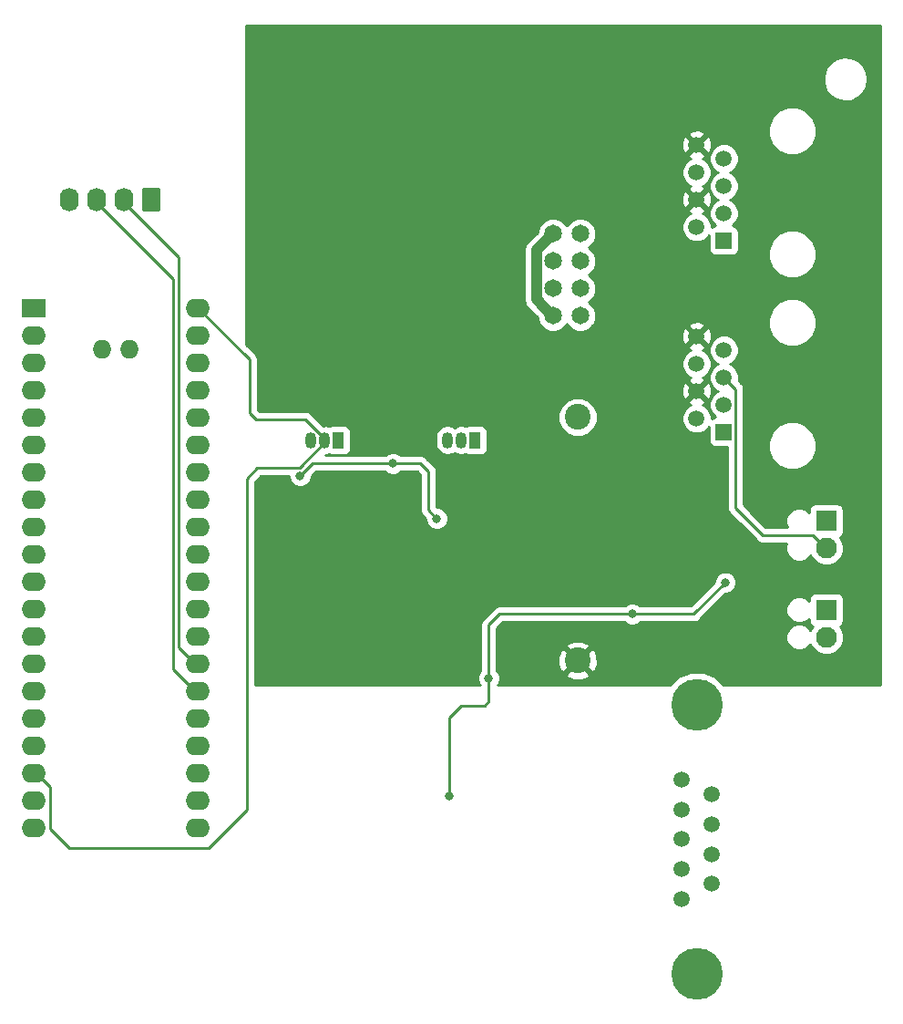
<source format=gbr>
G04 #@! TF.GenerationSoftware,KiCad,Pcbnew,5.0.2-bee76a0~70~ubuntu18.04.1*
G04 #@! TF.CreationDate,2019-11-25T15:04:39+01:00*
G04 #@! TF.ProjectId,RS232CInterface.kicad_pcb,52533233-3243-4496-9e74-657266616365,rev?*
G04 #@! TF.SameCoordinates,Original*
G04 #@! TF.FileFunction,Copper,L2,Bot*
G04 #@! TF.FilePolarity,Positive*
%FSLAX46Y46*%
G04 Gerber Fmt 4.6, Leading zero omitted, Abs format (unit mm)*
G04 Created by KiCad (PCBNEW 5.0.2-bee76a0~70~ubuntu18.04.1) date Mon 25 Nov 2019 03:04:39 PM CET*
%MOMM*%
%LPD*%
G01*
G04 APERTURE LIST*
G04 #@! TA.AperFunction,ComponentPad*
%ADD10C,1.650000*%
G04 #@! TD*
G04 #@! TA.AperFunction,ComponentPad*
%ADD11R,2.250000X1.727200*%
G04 #@! TD*
G04 #@! TA.AperFunction,ComponentPad*
%ADD12O,2.250000X1.727200*%
G04 #@! TD*
G04 #@! TA.AperFunction,ComponentPad*
%ADD13O,1.727200X1.727200*%
G04 #@! TD*
G04 #@! TA.AperFunction,ComponentPad*
%ADD14R,1.500000X1.500000*%
G04 #@! TD*
G04 #@! TA.AperFunction,ComponentPad*
%ADD15C,1.500000*%
G04 #@! TD*
G04 #@! TA.AperFunction,ComponentPad*
%ADD16C,1.950000*%
G04 #@! TD*
G04 #@! TA.AperFunction,ComponentPad*
%ADD17R,1.950000X1.950000*%
G04 #@! TD*
G04 #@! TA.AperFunction,ComponentPad*
%ADD18C,4.800000*%
G04 #@! TD*
G04 #@! TA.AperFunction,Conductor*
%ADD19C,0.100000*%
G04 #@! TD*
G04 #@! TA.AperFunction,ComponentPad*
%ADD20C,1.740000*%
G04 #@! TD*
G04 #@! TA.AperFunction,ComponentPad*
%ADD21O,1.740000X2.200000*%
G04 #@! TD*
G04 #@! TA.AperFunction,ComponentPad*
%ADD22C,2.400000*%
G04 #@! TD*
G04 #@! TA.AperFunction,ComponentPad*
%ADD23R,1.050000X1.500000*%
G04 #@! TD*
G04 #@! TA.AperFunction,ComponentPad*
%ADD24O,1.050000X1.500000*%
G04 #@! TD*
G04 #@! TA.AperFunction,ViaPad*
%ADD25C,0.800000*%
G04 #@! TD*
G04 #@! TA.AperFunction,Conductor*
%ADD26C,1.000000*%
G04 #@! TD*
G04 #@! TA.AperFunction,Conductor*
%ADD27C,0.250000*%
G04 #@! TD*
G04 #@! TA.AperFunction,Conductor*
%ADD28C,0.254000*%
G04 #@! TD*
G04 APERTURE END LIST*
D10*
G04 #@! TO.P,.1,1*
G04 #@! TO.N,/PDM/CANL*
X158750000Y-44831000D03*
G04 #@! TO.P,.1,2*
G04 #@! TO.N,Net-(.1-Pad2)*
X161290000Y-44831000D03*
G04 #@! TO.P,.1,3*
G04 #@! TO.N,/PDM/CANH*
X158750000Y-47371000D03*
G04 #@! TO.P,.1,4*
G04 #@! TO.N,Net-(.1-Pad2)*
X161290000Y-47371000D03*
G04 #@! TO.P,.1,5*
G04 #@! TO.N,/PDM/CANH*
X158750000Y-49911000D03*
G04 #@! TO.P,.1,6*
G04 #@! TO.N,Net-(.1-Pad6)*
X161290000Y-49911000D03*
G04 #@! TO.P,.1,7*
G04 #@! TO.N,/PDM/CANL*
X158750000Y-52451000D03*
G04 #@! TO.P,.1,8*
G04 #@! TO.N,Net-(.1-Pad6)*
X161290000Y-52451000D03*
G04 #@! TD*
D11*
G04 #@! TO.P,U3,1*
G04 #@! TO.N,Net-(U3-Pad1)*
X110490000Y-51765200D03*
D12*
G04 #@! TO.P,U3,2*
G04 #@! TO.N,Net-(U3-Pad2)*
X110490000Y-54305200D03*
G04 #@! TO.P,U3,3*
G04 #@! TO.N,Net-(U3-Pad3)*
X110490000Y-56845200D03*
G04 #@! TO.P,U3,4*
G04 #@! TO.N,Net-(U3-Pad4)*
X110490000Y-59385200D03*
G04 #@! TO.P,U3,5*
G04 #@! TO.N,Net-(U3-Pad5)*
X110490000Y-61925200D03*
G04 #@! TO.P,U3,6*
G04 #@! TO.N,Net-(U3-Pad6)*
X110490000Y-64465200D03*
G04 #@! TO.P,U3,7*
G04 #@! TO.N,Net-(U3-Pad7)*
X110490000Y-67005200D03*
G04 #@! TO.P,U3,8*
G04 #@! TO.N,Net-(U3-Pad8)*
X110490000Y-69545200D03*
G04 #@! TO.P,U3,9*
G04 #@! TO.N,Net-(U3-Pad9)*
X110490000Y-72085200D03*
G04 #@! TO.P,U3,10*
G04 #@! TO.N,Net-(U3-Pad10)*
X110490000Y-74625200D03*
G04 #@! TO.P,U3,11*
G04 #@! TO.N,Net-(U3-Pad11)*
X110490000Y-77165200D03*
G04 #@! TO.P,U3,12*
G04 #@! TO.N,Net-(U3-Pad12)*
X110490000Y-79705200D03*
G04 #@! TO.P,U3,13*
G04 #@! TO.N,Net-(U3-Pad13)*
X110490000Y-82245200D03*
G04 #@! TO.P,U3,14*
G04 #@! TO.N,Net-(U3-Pad14)*
X110490000Y-84785200D03*
G04 #@! TO.P,U3,15*
G04 #@! TO.N,Net-(U3-Pad15)*
X110490000Y-87325200D03*
G04 #@! TO.P,U3,16*
G04 #@! TO.N,Net-(U3-Pad16)*
X110490000Y-89865200D03*
G04 #@! TO.P,U3,17*
G04 #@! TO.N,Net-(U3-Pad17)*
X110490000Y-92405200D03*
G04 #@! TO.P,U3,18*
G04 #@! TO.N,+3V3*
X110490000Y-94945200D03*
G04 #@! TO.P,U3,19*
G04 #@! TO.N,GND*
X110490000Y-97485200D03*
G04 #@! TO.P,U3,20*
X110490000Y-100025200D03*
G04 #@! TO.P,U3,21*
G04 #@! TO.N,Net-(U3-Pad21)*
X125730000Y-100025200D03*
G04 #@! TO.P,U3,22*
G04 #@! TO.N,Net-(U3-Pad22)*
X125730000Y-97485200D03*
G04 #@! TO.P,U3,23*
G04 #@! TO.N,Net-(U3-Pad23)*
X125730000Y-94945200D03*
G04 #@! TO.P,U3,24*
G04 #@! TO.N,Net-(U3-Pad24)*
X125730000Y-92405200D03*
G04 #@! TO.P,U3,25*
G04 #@! TO.N,Net-(U3-Pad25)*
X125730000Y-89865200D03*
G04 #@! TO.P,U3,26*
G04 #@! TO.N,Net-(J4-Pad3)*
X125730000Y-87325200D03*
G04 #@! TO.P,U3,27*
G04 #@! TO.N,Net-(J4-Pad2)*
X125730000Y-84785200D03*
G04 #@! TO.P,U3,28*
G04 #@! TO.N,Net-(U3-Pad28)*
X125730000Y-82245200D03*
G04 #@! TO.P,U3,29*
G04 #@! TO.N,Net-(U3-Pad29)*
X125730000Y-79705200D03*
G04 #@! TO.P,U3,30*
G04 #@! TO.N,Net-(U3-Pad30)*
X125730000Y-77165200D03*
G04 #@! TO.P,U3,31*
G04 #@! TO.N,Net-(U3-Pad31)*
X125730000Y-74625200D03*
G04 #@! TO.P,U3,32*
G04 #@! TO.N,Net-(U3-Pad32)*
X125730000Y-72085200D03*
G04 #@! TO.P,U3,33*
G04 #@! TO.N,Net-(U3-Pad33)*
X125730000Y-69545200D03*
G04 #@! TO.P,U3,34*
G04 #@! TO.N,Net-(Q2-Pad1)*
X125730000Y-67005200D03*
G04 #@! TO.P,U3,35*
G04 #@! TO.N,Net-(Q1-Pad1)*
X125730000Y-64465200D03*
G04 #@! TO.P,U3,36*
G04 #@! TO.N,/CANRX_BP*
X125730000Y-61925200D03*
G04 #@! TO.P,U3,37*
G04 #@! TO.N,/CANTX_BP*
X125730000Y-59385200D03*
G04 #@! TO.P,U3,38*
G04 #@! TO.N,+5V*
X125730000Y-56845200D03*
G04 #@! TO.P,U3,39*
G04 #@! TO.N,GND*
X125730000Y-54305200D03*
G04 #@! TO.P,U3,40*
G04 #@! TO.N,+3V3*
X125730000Y-51714400D03*
D13*
G04 #@! TO.P,U3,41*
G04 #@! TO.N,Net-(U3-Pad41)*
X119390000Y-55575200D03*
G04 #@! TO.P,U3,42*
G04 #@! TO.N,Net-(U3-Pad42)*
X116850000Y-55575200D03*
G04 #@! TD*
D14*
G04 #@! TO.P,CAN OUT,1*
G04 #@! TO.N,/PDM/CANH*
X174625000Y-63246000D03*
D15*
G04 #@! TO.P,CAN OUT,2*
G04 #@! TO.N,Net-(.1-Pad6)*
X172085000Y-61976000D03*
G04 #@! TO.P,CAN OUT,3*
G04 #@! TO.N,Net-(BP_CAN_OUT1-Pad3)*
X174625000Y-60706000D03*
G04 #@! TO.P,CAN OUT,4*
G04 #@! TO.N,+24V*
X172085000Y-59436000D03*
G04 #@! TO.P,CAN OUT,5*
G04 #@! TO.N,GND*
X174625000Y-58166000D03*
G04 #@! TO.P,CAN OUT,6*
G04 #@! TO.N,Net-(BP_CAN_OUT1-Pad6)*
X172085000Y-56896000D03*
G04 #@! TO.P,CAN OUT,7*
G04 #@! TO.N,GND*
X174625000Y-55626000D03*
G04 #@! TO.P,CAN OUT,8*
G04 #@! TO.N,+24V*
X172085000Y-54356000D03*
G04 #@! TD*
D16*
G04 #@! TO.P,Power,2*
G04 #@! TO.N,GND*
X184150000Y-74041000D03*
D17*
G04 #@! TO.P,Power,1*
G04 #@! TO.N,Net-(BP_Power1-Pad1)*
X184150000Y-71501000D03*
G04 #@! TD*
D16*
G04 #@! TO.P,J1,2*
G04 #@! TO.N,/PDM/CANH*
X184150000Y-82296000D03*
D17*
G04 #@! TO.P,J1,1*
G04 #@! TO.N,/PDM/CANL*
X184150000Y-79756000D03*
G04 #@! TD*
D15*
G04 #@! TO.P,J2,1*
G04 #@! TO.N,Net-(J2-Pad1)*
X170688000Y-95504000D03*
G04 #@! TO.P,J2,2*
G04 #@! TO.N,Net-(D1-Pad2)*
X170688000Y-98274000D03*
G04 #@! TO.P,J2,3*
G04 #@! TO.N,Net-(D2-Pad1)*
X170688000Y-101044000D03*
G04 #@! TO.P,J2,4*
G04 #@! TO.N,Net-(J2-Pad1)*
X170688000Y-103814000D03*
G04 #@! TO.P,J2,5*
G04 #@! TO.N,GNDS*
X170688000Y-106584000D03*
G04 #@! TO.P,J2,6*
G04 #@! TO.N,Net-(J2-Pad1)*
X173528000Y-96889000D03*
G04 #@! TO.P,J2,7*
G04 #@! TO.N,Net-(J2-Pad7)*
X173528000Y-99659000D03*
G04 #@! TO.P,J2,8*
X173528000Y-102429000D03*
G04 #@! TO.P,J2,9*
G04 #@! TO.N,Net-(J2-Pad9)*
X173528000Y-105199000D03*
D18*
G04 #@! TO.P,J2,MH1*
G04 #@! TO.N,N/C*
X172108000Y-113544000D03*
G04 #@! TO.P,J2,MH2*
X172108000Y-88544000D03*
G04 #@! TD*
D19*
G04 #@! TO.N,GND*
G04 #@! TO.C,J4*
G36*
X122056505Y-40557204D02*
X122080773Y-40560804D01*
X122104572Y-40566765D01*
X122127671Y-40575030D01*
X122149850Y-40585520D01*
X122170893Y-40598132D01*
X122190599Y-40612747D01*
X122208777Y-40629223D01*
X122225253Y-40647401D01*
X122239868Y-40667107D01*
X122252480Y-40688150D01*
X122262970Y-40710329D01*
X122271235Y-40733428D01*
X122277196Y-40757227D01*
X122280796Y-40781495D01*
X122282000Y-40805999D01*
X122282000Y-42506001D01*
X122280796Y-42530505D01*
X122277196Y-42554773D01*
X122271235Y-42578572D01*
X122262970Y-42601671D01*
X122252480Y-42623850D01*
X122239868Y-42644893D01*
X122225253Y-42664599D01*
X122208777Y-42682777D01*
X122190599Y-42699253D01*
X122170893Y-42713868D01*
X122149850Y-42726480D01*
X122127671Y-42736970D01*
X122104572Y-42745235D01*
X122080773Y-42751196D01*
X122056505Y-42754796D01*
X122032001Y-42756000D01*
X120791999Y-42756000D01*
X120767495Y-42754796D01*
X120743227Y-42751196D01*
X120719428Y-42745235D01*
X120696329Y-42736970D01*
X120674150Y-42726480D01*
X120653107Y-42713868D01*
X120633401Y-42699253D01*
X120615223Y-42682777D01*
X120598747Y-42664599D01*
X120584132Y-42644893D01*
X120571520Y-42623850D01*
X120561030Y-42601671D01*
X120552765Y-42578572D01*
X120546804Y-42554773D01*
X120543204Y-42530505D01*
X120542000Y-42506001D01*
X120542000Y-40805999D01*
X120543204Y-40781495D01*
X120546804Y-40757227D01*
X120552765Y-40733428D01*
X120561030Y-40710329D01*
X120571520Y-40688150D01*
X120584132Y-40667107D01*
X120598747Y-40647401D01*
X120615223Y-40629223D01*
X120633401Y-40612747D01*
X120653107Y-40598132D01*
X120674150Y-40585520D01*
X120696329Y-40575030D01*
X120719428Y-40566765D01*
X120743227Y-40560804D01*
X120767495Y-40557204D01*
X120791999Y-40556000D01*
X122032001Y-40556000D01*
X122056505Y-40557204D01*
X122056505Y-40557204D01*
G37*
D20*
G04 #@! TD*
G04 #@! TO.P,J4,1*
G04 #@! TO.N,GND*
X121412000Y-41656000D03*
D21*
G04 #@! TO.P,J4,2*
G04 #@! TO.N,Net-(J4-Pad2)*
X118872000Y-41656000D03*
G04 #@! TO.P,J4,3*
G04 #@! TO.N,Net-(J4-Pad3)*
X116332000Y-41656000D03*
G04 #@! TO.P,J4,4*
G04 #@! TO.N,+5V*
X113792000Y-41656000D03*
G04 #@! TD*
D22*
G04 #@! TO.P,F1,1*
G04 #@! TO.N,+24V*
X161036000Y-84452000D03*
G04 #@! TO.P,F1,2*
G04 #@! TO.N,Net-(BP_Power1-Pad1)*
X161036000Y-61852000D03*
G04 #@! TD*
D15*
G04 #@! TO.P,CAN IN,8*
G04 #@! TO.N,+24V*
X172085000Y-36576000D03*
G04 #@! TO.P,CAN IN,7*
G04 #@! TO.N,GND*
X174625000Y-37846000D03*
G04 #@! TO.P,CAN IN,6*
G04 #@! TO.N,Net-(BP_CAN_IN1-Pad6)*
X172085000Y-39116000D03*
G04 #@! TO.P,CAN IN,5*
G04 #@! TO.N,GND*
X174625000Y-40386000D03*
G04 #@! TO.P,CAN IN,4*
G04 #@! TO.N,+24V*
X172085000Y-41656000D03*
G04 #@! TO.P,CAN IN,3*
G04 #@! TO.N,Net-(BP_CAN_IN1-Pad3)*
X174625000Y-42926000D03*
G04 #@! TO.P,CAN IN,2*
G04 #@! TO.N,Net-(.1-Pad2)*
X172085000Y-44196000D03*
D14*
G04 #@! TO.P,CAN IN,1*
G04 #@! TO.N,/PDM/CANH*
X174625000Y-45466000D03*
G04 #@! TD*
D23*
G04 #@! TO.P,Q1,1*
G04 #@! TO.N,Net-(Q1-Pad1)*
X151511000Y-64008000D03*
D24*
G04 #@! TO.P,Q1,3*
G04 #@! TO.N,Net-(IC1-Pad8)*
X148971000Y-64008000D03*
G04 #@! TO.P,Q1,2*
G04 #@! TO.N,+3V3*
X150241000Y-64008000D03*
G04 #@! TD*
G04 #@! TO.P,Q2,2*
G04 #@! TO.N,+3V3*
X137541000Y-64008000D03*
G04 #@! TO.P,Q2,3*
G04 #@! TO.N,Net-(IC1-Pad9)*
X136271000Y-64008000D03*
D23*
G04 #@! TO.P,Q2,1*
G04 #@! TO.N,Net-(Q2-Pad1)*
X138811000Y-64008000D03*
G04 #@! TD*
D25*
G04 #@! TO.N,+24V*
X172593000Y-70993000D03*
X152781000Y-69864177D03*
G04 #@! TO.N,GND*
X152781000Y-86106000D03*
X149098000Y-97028000D03*
X174752000Y-77216000D03*
X166116000Y-80137000D03*
G04 #@! TO.N,+5V*
X147955000Y-71270177D03*
X143891000Y-66167000D03*
X135255000Y-67310000D03*
G04 #@! TD*
D26*
G04 #@! TO.N,/PDM/CANL*
X157224999Y-50925999D02*
X157925001Y-51626001D01*
X158750000Y-44831000D02*
X157224999Y-46356001D01*
X157224999Y-46356001D02*
X157224999Y-50925999D01*
X157925001Y-51626001D02*
X158750000Y-52451000D01*
D27*
G04 #@! TO.N,GND*
X175700001Y-59241001D02*
X175700001Y-70290001D01*
X174625000Y-58166000D02*
X175700001Y-59241001D01*
X175700001Y-70290001D02*
X176657000Y-71247000D01*
X178211001Y-72801001D02*
X182910001Y-72801001D01*
X176657000Y-71247000D02*
X178211001Y-72801001D01*
X182910001Y-72801001D02*
X184340500Y-74231500D01*
X149098000Y-97028000D02*
X149098000Y-96462315D01*
X149098000Y-90043000D02*
X149098000Y-89916000D01*
X149098000Y-96462315D02*
X149098000Y-90043000D01*
X149098000Y-89789000D02*
X149098000Y-90043000D01*
X150241000Y-88646000D02*
X149098000Y-89789000D01*
X152400000Y-88646000D02*
X150241000Y-88646000D01*
X152781000Y-86106000D02*
X152781000Y-88265000D01*
X152781000Y-88265000D02*
X152400000Y-88646000D01*
X152781000Y-86106000D02*
X152781000Y-81915000D01*
X152781000Y-81915000D02*
X152781000Y-81153000D01*
X152781000Y-81153000D02*
X153289000Y-80645000D01*
X153289000Y-80645000D02*
X153797000Y-80137000D01*
X153797000Y-80137000D02*
X166116000Y-80137000D01*
X171831000Y-80137000D02*
X174752000Y-77216000D01*
X174752000Y-77216000D02*
X174752000Y-77216000D01*
X166116000Y-80137000D02*
X171831000Y-80137000D01*
G04 #@! TO.N,+5V*
X135255000Y-67310000D02*
X135255000Y-67310000D01*
X136398000Y-66167000D02*
X135255000Y-67310000D01*
X143891000Y-66167000D02*
X136398000Y-66167000D01*
X146431000Y-66167000D02*
X143891000Y-66167000D01*
X147169823Y-66905823D02*
X146431000Y-66167000D01*
X147955000Y-71270177D02*
X147169823Y-70485000D01*
X147169823Y-70485000D02*
X147169823Y-66905823D01*
G04 #@! TO.N,Net-(J4-Pad2)*
X125468600Y-84785200D02*
X123952000Y-83268600D01*
X125730000Y-84785200D02*
X125468600Y-84785200D01*
X123952000Y-83058000D02*
X123952000Y-82804000D01*
X123952000Y-83268600D02*
X123952000Y-83058000D01*
X123952000Y-46966000D02*
X118896000Y-41910000D01*
X123952000Y-54610000D02*
X123952000Y-54356000D01*
X123952000Y-54610000D02*
X123952000Y-46966000D01*
X123952000Y-83058000D02*
X123952000Y-54610000D01*
X118896000Y-41910000D02*
X118872000Y-41910000D01*
G04 #@! TO.N,+3V3*
X150241000Y-64008000D02*
X150241000Y-64165095D01*
X137541000Y-64008000D02*
X137541000Y-63850905D01*
X130556000Y-61468000D02*
X130556000Y-56515000D01*
X130556000Y-56515000D02*
X125412500Y-51371500D01*
X137541000Y-63850905D02*
X135729595Y-62039500D01*
X131127500Y-62039500D02*
X130556000Y-61468000D01*
X135729595Y-62039500D02*
X131127500Y-62039500D01*
X110490000Y-94945200D02*
X110693200Y-94945200D01*
X110693200Y-94945200D02*
X110744000Y-94996000D01*
X137541000Y-64233000D02*
X137541000Y-64008000D01*
X131281001Y-66584999D02*
X135189001Y-66584999D01*
X130302000Y-67564000D02*
X131281001Y-66584999D01*
X130302000Y-98298000D02*
X130302000Y-67564000D01*
X135189001Y-66584999D02*
X137541000Y-64233000D01*
X110751400Y-94945200D02*
X112014000Y-96207800D01*
X110490000Y-94945200D02*
X110751400Y-94945200D01*
X113792000Y-101854000D02*
X126746000Y-101854000D01*
X126746000Y-101854000D02*
X130302000Y-98298000D01*
X112014000Y-96207800D02*
X112014000Y-100076000D01*
X112014000Y-100076000D02*
X113792000Y-101854000D01*
G04 #@! TO.N,Net-(J4-Pad3)*
X125468600Y-87325200D02*
X123444000Y-85300600D01*
X125730000Y-87325200D02*
X125468600Y-87325200D01*
X123444000Y-85300600D02*
X123444000Y-83566000D01*
X123444000Y-53848000D02*
X123444000Y-49022000D01*
X123444000Y-53848000D02*
X123444000Y-53594000D01*
X123444000Y-83566000D02*
X123444000Y-53848000D01*
X123444000Y-49022000D02*
X116078000Y-41656000D01*
G04 #@! TD*
D28*
G04 #@! TO.N,+24V*
G36*
X189155001Y-86741000D02*
X174597138Y-86741000D01*
X173827189Y-85971051D01*
X172711699Y-85509000D01*
X171504301Y-85509000D01*
X170388811Y-85971051D01*
X169618862Y-86741000D01*
X153609711Y-86741000D01*
X153658431Y-86692280D01*
X153816000Y-86311874D01*
X153816000Y-85900126D01*
X153753475Y-85749175D01*
X159918430Y-85749175D01*
X160041565Y-86036788D01*
X160723734Y-86296707D01*
X161453443Y-86275786D01*
X162030435Y-86036788D01*
X162153570Y-85749175D01*
X161036000Y-84631605D01*
X159918430Y-85749175D01*
X153753475Y-85749175D01*
X153658431Y-85519720D01*
X153541000Y-85402289D01*
X153541000Y-84139734D01*
X159191293Y-84139734D01*
X159212214Y-84869443D01*
X159451212Y-85446435D01*
X159738825Y-85569570D01*
X160856395Y-84452000D01*
X161215605Y-84452000D01*
X162333175Y-85569570D01*
X162620788Y-85446435D01*
X162880707Y-84764266D01*
X162859786Y-84034557D01*
X162620788Y-83457565D01*
X162333175Y-83334430D01*
X161215605Y-84452000D01*
X160856395Y-84452000D01*
X159738825Y-83334430D01*
X159451212Y-83457565D01*
X159191293Y-84139734D01*
X153541000Y-84139734D01*
X153541000Y-83154825D01*
X159918430Y-83154825D01*
X161036000Y-84272395D01*
X162153570Y-83154825D01*
X162030435Y-82867212D01*
X161348266Y-82607293D01*
X160618557Y-82628214D01*
X160041565Y-82867212D01*
X159918430Y-83154825D01*
X153541000Y-83154825D01*
X153541000Y-81467802D01*
X153879329Y-81129474D01*
X153879332Y-81129469D01*
X154111802Y-80897000D01*
X165412289Y-80897000D01*
X165529720Y-81014431D01*
X165910126Y-81172000D01*
X166321874Y-81172000D01*
X166702280Y-81014431D01*
X166819711Y-80897000D01*
X171756153Y-80897000D01*
X171831000Y-80911888D01*
X171905847Y-80897000D01*
X171905852Y-80897000D01*
X172127537Y-80852904D01*
X172378929Y-80684929D01*
X172421331Y-80621470D01*
X173532458Y-79510343D01*
X180375000Y-79510343D01*
X180375000Y-80001657D01*
X180563018Y-80455571D01*
X180910429Y-80802982D01*
X181364343Y-80991000D01*
X181855657Y-80991000D01*
X182309571Y-80802982D01*
X182527560Y-80584993D01*
X182527560Y-80731000D01*
X182576843Y-80978765D01*
X182717191Y-81188809D01*
X182874917Y-81294199D01*
X182785108Y-81384008D01*
X182677051Y-81644880D01*
X182656982Y-81596429D01*
X182309571Y-81249018D01*
X181855657Y-81061000D01*
X181364343Y-81061000D01*
X180910429Y-81249018D01*
X180563018Y-81596429D01*
X180375000Y-82050343D01*
X180375000Y-82541657D01*
X180563018Y-82995571D01*
X180910429Y-83342982D01*
X181364343Y-83531000D01*
X181855657Y-83531000D01*
X182309571Y-83342982D01*
X182656982Y-82995571D01*
X182677051Y-82947120D01*
X182785108Y-83207992D01*
X183238008Y-83660892D01*
X183829751Y-83906000D01*
X184470249Y-83906000D01*
X185061992Y-83660892D01*
X185514892Y-83207992D01*
X185760000Y-82616249D01*
X185760000Y-81975751D01*
X185514892Y-81384008D01*
X185425083Y-81294199D01*
X185582809Y-81188809D01*
X185723157Y-80978765D01*
X185772440Y-80731000D01*
X185772440Y-78781000D01*
X185723157Y-78533235D01*
X185582809Y-78323191D01*
X185372765Y-78182843D01*
X185125000Y-78133560D01*
X183175000Y-78133560D01*
X182927235Y-78182843D01*
X182717191Y-78323191D01*
X182576843Y-78533235D01*
X182527560Y-78781000D01*
X182527560Y-78927007D01*
X182309571Y-78709018D01*
X181855657Y-78521000D01*
X181364343Y-78521000D01*
X180910429Y-78709018D01*
X180563018Y-79056429D01*
X180375000Y-79510343D01*
X173532458Y-79510343D01*
X174791802Y-78251000D01*
X174957874Y-78251000D01*
X175338280Y-78093431D01*
X175629431Y-77802280D01*
X175787000Y-77421874D01*
X175787000Y-77010126D01*
X175629431Y-76629720D01*
X175338280Y-76338569D01*
X174957874Y-76181000D01*
X174546126Y-76181000D01*
X174165720Y-76338569D01*
X173874569Y-76629720D01*
X173717000Y-77010126D01*
X173717000Y-77176198D01*
X171516199Y-79377000D01*
X166819711Y-79377000D01*
X166702280Y-79259569D01*
X166321874Y-79102000D01*
X165910126Y-79102000D01*
X165529720Y-79259569D01*
X165412289Y-79377000D01*
X153871846Y-79377000D01*
X153796999Y-79362112D01*
X153722152Y-79377000D01*
X153722148Y-79377000D01*
X153500463Y-79421096D01*
X153500461Y-79421097D01*
X153500462Y-79421097D01*
X153312526Y-79546671D01*
X153312524Y-79546673D01*
X153249071Y-79589071D01*
X153206672Y-79652525D01*
X152804531Y-80054668D01*
X152804526Y-80054671D01*
X152296527Y-80562672D01*
X152233072Y-80605071D01*
X152190672Y-80668527D01*
X152190671Y-80668528D01*
X152148929Y-80731000D01*
X152065097Y-80856463D01*
X152021000Y-81078148D01*
X152021000Y-81078153D01*
X152006112Y-81153000D01*
X152021000Y-81227847D01*
X152021000Y-81989851D01*
X152021001Y-81989856D01*
X152021000Y-85402289D01*
X151903569Y-85519720D01*
X151746000Y-85900126D01*
X151746000Y-86311874D01*
X151903569Y-86692280D01*
X151952289Y-86741000D01*
X131062000Y-86741000D01*
X131062000Y-67878802D01*
X131595803Y-67344999D01*
X134220000Y-67344999D01*
X134220000Y-67515874D01*
X134377569Y-67896280D01*
X134668720Y-68187431D01*
X135049126Y-68345000D01*
X135460874Y-68345000D01*
X135841280Y-68187431D01*
X136132431Y-67896280D01*
X136290000Y-67515874D01*
X136290000Y-67349801D01*
X136712802Y-66927000D01*
X143187289Y-66927000D01*
X143304720Y-67044431D01*
X143685126Y-67202000D01*
X144096874Y-67202000D01*
X144477280Y-67044431D01*
X144594711Y-66927000D01*
X146116199Y-66927000D01*
X146409824Y-67220626D01*
X146409823Y-70410153D01*
X146394935Y-70485000D01*
X146409823Y-70559847D01*
X146409823Y-70559851D01*
X146453919Y-70781536D01*
X146621894Y-71032929D01*
X146685353Y-71075331D01*
X146920000Y-71309978D01*
X146920000Y-71476051D01*
X147077569Y-71856457D01*
X147368720Y-72147608D01*
X147749126Y-72305177D01*
X148160874Y-72305177D01*
X148541280Y-72147608D01*
X148832431Y-71856457D01*
X148990000Y-71476051D01*
X148990000Y-71064303D01*
X148832431Y-70683897D01*
X148541280Y-70392746D01*
X148160874Y-70235177D01*
X147994801Y-70235177D01*
X147929823Y-70170199D01*
X147929823Y-66980671D01*
X147944711Y-66905823D01*
X147929823Y-66830975D01*
X147929823Y-66830971D01*
X147885727Y-66609286D01*
X147717752Y-66357894D01*
X147654296Y-66315494D01*
X147021331Y-65682530D01*
X146978929Y-65619071D01*
X146727537Y-65451096D01*
X146505852Y-65407000D01*
X146505847Y-65407000D01*
X146431000Y-65392112D01*
X146356153Y-65407000D01*
X144594711Y-65407000D01*
X144477280Y-65289569D01*
X144096874Y-65132000D01*
X143685126Y-65132000D01*
X143304720Y-65289569D01*
X143187289Y-65407000D01*
X137584863Y-65407000D01*
X137992866Y-65325842D01*
X138038235Y-65356157D01*
X138286000Y-65405440D01*
X139336000Y-65405440D01*
X139583765Y-65356157D01*
X139793809Y-65215809D01*
X139934157Y-65005765D01*
X139983440Y-64758000D01*
X139983440Y-63668754D01*
X147811000Y-63668754D01*
X147811000Y-64347245D01*
X147878305Y-64685608D01*
X148134687Y-65069313D01*
X148518391Y-65325695D01*
X148971000Y-65415725D01*
X149423608Y-65325695D01*
X149606000Y-65203825D01*
X149788391Y-65325695D01*
X150241000Y-65415725D01*
X150692866Y-65325842D01*
X150738235Y-65356157D01*
X150986000Y-65405440D01*
X152036000Y-65405440D01*
X152283765Y-65356157D01*
X152493809Y-65215809D01*
X152634157Y-65005765D01*
X152683440Y-64758000D01*
X152683440Y-63258000D01*
X152634157Y-63010235D01*
X152493809Y-62800191D01*
X152283765Y-62659843D01*
X152036000Y-62610560D01*
X150986000Y-62610560D01*
X150738235Y-62659843D01*
X150692867Y-62690157D01*
X150241000Y-62600275D01*
X149788392Y-62690305D01*
X149606001Y-62812175D01*
X149423609Y-62690305D01*
X148971000Y-62600275D01*
X148518392Y-62690305D01*
X148134688Y-62946687D01*
X147878305Y-63330391D01*
X147811000Y-63668754D01*
X139983440Y-63668754D01*
X139983440Y-63258000D01*
X139934157Y-63010235D01*
X139793809Y-62800191D01*
X139583765Y-62659843D01*
X139336000Y-62610560D01*
X138286000Y-62610560D01*
X138038235Y-62659843D01*
X137992867Y-62690157D01*
X137541000Y-62600275D01*
X137394344Y-62629447D01*
X136319926Y-61555030D01*
X136277524Y-61491571D01*
X136270678Y-61486996D01*
X159201000Y-61486996D01*
X159201000Y-62217004D01*
X159480362Y-62891444D01*
X159996556Y-63407638D01*
X160670996Y-63687000D01*
X161401004Y-63687000D01*
X162075444Y-63407638D01*
X162591638Y-62891444D01*
X162871000Y-62217004D01*
X162871000Y-61700506D01*
X170700000Y-61700506D01*
X170700000Y-62251494D01*
X170910853Y-62760540D01*
X171300460Y-63150147D01*
X171809506Y-63361000D01*
X172360494Y-63361000D01*
X172869540Y-63150147D01*
X173227560Y-62792127D01*
X173227560Y-63996000D01*
X173276843Y-64243765D01*
X173417191Y-64453809D01*
X173627235Y-64594157D01*
X173875000Y-64643440D01*
X174940001Y-64643440D01*
X174940002Y-70215149D01*
X174925113Y-70290001D01*
X174940002Y-70364853D01*
X174984098Y-70586538D01*
X175152073Y-70837930D01*
X175215529Y-70880330D01*
X176172527Y-71837329D01*
X176172530Y-71837331D01*
X177620674Y-73285477D01*
X177663072Y-73348930D01*
X177726525Y-73391328D01*
X177726527Y-73391330D01*
X177851903Y-73475103D01*
X177914464Y-73516905D01*
X178136149Y-73561001D01*
X178136153Y-73561001D01*
X178211000Y-73575889D01*
X178285847Y-73561001D01*
X180472068Y-73561001D01*
X180375000Y-73795343D01*
X180375000Y-74286657D01*
X180563018Y-74740571D01*
X180910429Y-75087982D01*
X181364343Y-75276000D01*
X181855657Y-75276000D01*
X182309571Y-75087982D01*
X182656982Y-74740571D01*
X182677051Y-74692120D01*
X182785108Y-74952992D01*
X183238008Y-75405892D01*
X183829751Y-75651000D01*
X184470249Y-75651000D01*
X185061992Y-75405892D01*
X185514892Y-74952992D01*
X185760000Y-74361249D01*
X185760000Y-73720751D01*
X185514892Y-73129008D01*
X185425083Y-73039199D01*
X185582809Y-72933809D01*
X185723157Y-72723765D01*
X185772440Y-72476000D01*
X185772440Y-70526000D01*
X185723157Y-70278235D01*
X185582809Y-70068191D01*
X185372765Y-69927843D01*
X185125000Y-69878560D01*
X183175000Y-69878560D01*
X182927235Y-69927843D01*
X182717191Y-70068191D01*
X182576843Y-70278235D01*
X182527560Y-70526000D01*
X182527560Y-70672007D01*
X182309571Y-70454018D01*
X181855657Y-70266000D01*
X181364343Y-70266000D01*
X180910429Y-70454018D01*
X180563018Y-70801429D01*
X180375000Y-71255343D01*
X180375000Y-71746657D01*
X180496922Y-72041001D01*
X178525804Y-72041001D01*
X177247331Y-70762530D01*
X177247329Y-70762527D01*
X176460001Y-69975200D01*
X176460001Y-64071431D01*
X178740000Y-64071431D01*
X178740000Y-64960569D01*
X179080259Y-65782026D01*
X179708974Y-66410741D01*
X180530431Y-66751000D01*
X181419569Y-66751000D01*
X182241026Y-66410741D01*
X182869741Y-65782026D01*
X183210000Y-64960569D01*
X183210000Y-64071431D01*
X182869741Y-63249974D01*
X182241026Y-62621259D01*
X181419569Y-62281000D01*
X180530431Y-62281000D01*
X179708974Y-62621259D01*
X179080259Y-63249974D01*
X178740000Y-64071431D01*
X176460001Y-64071431D01*
X176460001Y-59315848D01*
X176474889Y-59241001D01*
X176460001Y-59166154D01*
X176460001Y-59166149D01*
X176415905Y-58944464D01*
X176247930Y-58693072D01*
X176184474Y-58650672D01*
X175999835Y-58466034D01*
X176010000Y-58441494D01*
X176010000Y-57890506D01*
X175799147Y-57381460D01*
X175409540Y-56991853D01*
X175178130Y-56896000D01*
X175409540Y-56800147D01*
X175799147Y-56410540D01*
X176010000Y-55901494D01*
X176010000Y-55350506D01*
X175799147Y-54841460D01*
X175409540Y-54451853D01*
X174900494Y-54241000D01*
X174349506Y-54241000D01*
X173840460Y-54451853D01*
X173450853Y-54841460D01*
X173240000Y-55350506D01*
X173240000Y-55901494D01*
X173450853Y-56410540D01*
X173840460Y-56800147D01*
X174071870Y-56896000D01*
X173840460Y-56991853D01*
X173450853Y-57381460D01*
X173240000Y-57890506D01*
X173240000Y-58441494D01*
X173450853Y-58950540D01*
X173840460Y-59340147D01*
X174071870Y-59436000D01*
X173840460Y-59531853D01*
X173450853Y-59921460D01*
X173240000Y-60430506D01*
X173240000Y-60981494D01*
X173450853Y-61490540D01*
X173819844Y-61859531D01*
X173627235Y-61897843D01*
X173470000Y-62002905D01*
X173470000Y-61700506D01*
X173259147Y-61191460D01*
X172869540Y-60801853D01*
X172654070Y-60712603D01*
X172808923Y-60648460D01*
X172876912Y-60407517D01*
X172085000Y-59615605D01*
X171293088Y-60407517D01*
X171361077Y-60648460D01*
X171527658Y-60707745D01*
X171300460Y-60801853D01*
X170910853Y-61191460D01*
X170700000Y-61700506D01*
X162871000Y-61700506D01*
X162871000Y-61486996D01*
X162591638Y-60812556D01*
X162075444Y-60296362D01*
X161401004Y-60017000D01*
X160670996Y-60017000D01*
X159996556Y-60296362D01*
X159480362Y-60812556D01*
X159201000Y-61486996D01*
X136270678Y-61486996D01*
X136026132Y-61323596D01*
X135804447Y-61279500D01*
X135804442Y-61279500D01*
X135729595Y-61264612D01*
X135654748Y-61279500D01*
X131442302Y-61279500D01*
X131316000Y-61153199D01*
X131316000Y-59231171D01*
X170687799Y-59231171D01*
X170715770Y-59781448D01*
X170872540Y-60159923D01*
X171113483Y-60227912D01*
X171905395Y-59436000D01*
X172264605Y-59436000D01*
X173056517Y-60227912D01*
X173297460Y-60159923D01*
X173482201Y-59640829D01*
X173454230Y-59090552D01*
X173297460Y-58712077D01*
X173056517Y-58644088D01*
X172264605Y-59436000D01*
X171905395Y-59436000D01*
X171113483Y-58644088D01*
X170872540Y-58712077D01*
X170687799Y-59231171D01*
X131316000Y-59231171D01*
X131316000Y-56620506D01*
X170700000Y-56620506D01*
X170700000Y-57171494D01*
X170910853Y-57680540D01*
X171300460Y-58070147D01*
X171515930Y-58159397D01*
X171361077Y-58223540D01*
X171293088Y-58464483D01*
X172085000Y-59256395D01*
X172876912Y-58464483D01*
X172808923Y-58223540D01*
X172642342Y-58164255D01*
X172869540Y-58070147D01*
X173259147Y-57680540D01*
X173470000Y-57171494D01*
X173470000Y-56620506D01*
X173259147Y-56111460D01*
X172869540Y-55721853D01*
X172654070Y-55632603D01*
X172808923Y-55568460D01*
X172876912Y-55327517D01*
X172085000Y-54535605D01*
X171293088Y-55327517D01*
X171361077Y-55568460D01*
X171527658Y-55627745D01*
X171300460Y-55721853D01*
X170910853Y-56111460D01*
X170700000Y-56620506D01*
X131316000Y-56620506D01*
X131316000Y-56589846D01*
X131330888Y-56514999D01*
X131316000Y-56440152D01*
X131316000Y-56440148D01*
X131271904Y-56218463D01*
X131200407Y-56111460D01*
X131146329Y-56030526D01*
X131146327Y-56030524D01*
X131103929Y-55967071D01*
X131040476Y-55924673D01*
X130227742Y-55111939D01*
X130227742Y-54151171D01*
X170687799Y-54151171D01*
X170715770Y-54701448D01*
X170872540Y-55079923D01*
X171113483Y-55147912D01*
X171905395Y-54356000D01*
X172264605Y-54356000D01*
X173056517Y-55147912D01*
X173297460Y-55079923D01*
X173482201Y-54560829D01*
X173454230Y-54010552D01*
X173297460Y-53632077D01*
X173056517Y-53564088D01*
X172264605Y-54356000D01*
X171905395Y-54356000D01*
X171113483Y-53564088D01*
X170872540Y-53632077D01*
X170687799Y-54151171D01*
X130227742Y-54151171D01*
X130227742Y-46356001D01*
X156067764Y-46356001D01*
X156089999Y-46467784D01*
X156090000Y-50814211D01*
X156067764Y-50925999D01*
X156155853Y-51368853D01*
X156155854Y-51368854D01*
X156406711Y-51744288D01*
X156501479Y-51807610D01*
X157290000Y-52596131D01*
X157290000Y-52741412D01*
X157512272Y-53278024D01*
X157922976Y-53688728D01*
X158459588Y-53911000D01*
X159040412Y-53911000D01*
X159577024Y-53688728D01*
X159987728Y-53278024D01*
X160020000Y-53200113D01*
X160052272Y-53278024D01*
X160462976Y-53688728D01*
X160999588Y-53911000D01*
X161580412Y-53911000D01*
X162117024Y-53688728D01*
X162421269Y-53384483D01*
X171293088Y-53384483D01*
X172085000Y-54176395D01*
X172876912Y-53384483D01*
X172808923Y-53143540D01*
X172289829Y-52958799D01*
X171739552Y-52986770D01*
X171361077Y-53143540D01*
X171293088Y-53384483D01*
X162421269Y-53384483D01*
X162527728Y-53278024D01*
X162750000Y-52741412D01*
X162750000Y-52641431D01*
X178740000Y-52641431D01*
X178740000Y-53530569D01*
X179080259Y-54352026D01*
X179708974Y-54980741D01*
X180530431Y-55321000D01*
X181419569Y-55321000D01*
X182241026Y-54980741D01*
X182869741Y-54352026D01*
X183210000Y-53530569D01*
X183210000Y-52641431D01*
X182869741Y-51819974D01*
X182241026Y-51191259D01*
X181419569Y-50851000D01*
X180530431Y-50851000D01*
X179708974Y-51191259D01*
X179080259Y-51819974D01*
X178740000Y-52641431D01*
X162750000Y-52641431D01*
X162750000Y-52160588D01*
X162527728Y-51623976D01*
X162117024Y-51213272D01*
X162039113Y-51181000D01*
X162117024Y-51148728D01*
X162527728Y-50738024D01*
X162750000Y-50201412D01*
X162750000Y-49620588D01*
X162527728Y-49083976D01*
X162117024Y-48673272D01*
X162039113Y-48641000D01*
X162117024Y-48608728D01*
X162527728Y-48198024D01*
X162750000Y-47661412D01*
X162750000Y-47080588D01*
X162527728Y-46543976D01*
X162117024Y-46133272D01*
X162039113Y-46101000D01*
X162117024Y-46068728D01*
X162527728Y-45658024D01*
X162750000Y-45121412D01*
X162750000Y-44540588D01*
X162527728Y-44003976D01*
X162444258Y-43920506D01*
X170700000Y-43920506D01*
X170700000Y-44471494D01*
X170910853Y-44980540D01*
X171300460Y-45370147D01*
X171809506Y-45581000D01*
X172360494Y-45581000D01*
X172869540Y-45370147D01*
X173227560Y-45012127D01*
X173227560Y-46216000D01*
X173276843Y-46463765D01*
X173417191Y-46673809D01*
X173627235Y-46814157D01*
X173875000Y-46863440D01*
X175375000Y-46863440D01*
X175622765Y-46814157D01*
X175832809Y-46673809D01*
X175973157Y-46463765D01*
X176007436Y-46291431D01*
X178740000Y-46291431D01*
X178740000Y-47180569D01*
X179080259Y-48002026D01*
X179708974Y-48630741D01*
X180530431Y-48971000D01*
X181419569Y-48971000D01*
X182241026Y-48630741D01*
X182869741Y-48002026D01*
X183210000Y-47180569D01*
X183210000Y-46291431D01*
X182869741Y-45469974D01*
X182241026Y-44841259D01*
X181419569Y-44501000D01*
X180530431Y-44501000D01*
X179708974Y-44841259D01*
X179080259Y-45469974D01*
X178740000Y-46291431D01*
X176007436Y-46291431D01*
X176022440Y-46216000D01*
X176022440Y-44716000D01*
X175973157Y-44468235D01*
X175832809Y-44258191D01*
X175622765Y-44117843D01*
X175430156Y-44079531D01*
X175799147Y-43710540D01*
X176010000Y-43201494D01*
X176010000Y-42650506D01*
X175799147Y-42141460D01*
X175409540Y-41751853D01*
X175178130Y-41656000D01*
X175409540Y-41560147D01*
X175799147Y-41170540D01*
X176010000Y-40661494D01*
X176010000Y-40110506D01*
X175799147Y-39601460D01*
X175409540Y-39211853D01*
X175178130Y-39116000D01*
X175409540Y-39020147D01*
X175799147Y-38630540D01*
X176010000Y-38121494D01*
X176010000Y-37570506D01*
X175799147Y-37061460D01*
X175409540Y-36671853D01*
X174900494Y-36461000D01*
X174349506Y-36461000D01*
X173840460Y-36671853D01*
X173450853Y-37061460D01*
X173240000Y-37570506D01*
X173240000Y-38121494D01*
X173450853Y-38630540D01*
X173840460Y-39020147D01*
X174071870Y-39116000D01*
X173840460Y-39211853D01*
X173450853Y-39601460D01*
X173240000Y-40110506D01*
X173240000Y-40661494D01*
X173450853Y-41170540D01*
X173840460Y-41560147D01*
X174071870Y-41656000D01*
X173840460Y-41751853D01*
X173450853Y-42141460D01*
X173240000Y-42650506D01*
X173240000Y-43201494D01*
X173450853Y-43710540D01*
X173819844Y-44079531D01*
X173627235Y-44117843D01*
X173470000Y-44222905D01*
X173470000Y-43920506D01*
X173259147Y-43411460D01*
X172869540Y-43021853D01*
X172654070Y-42932603D01*
X172808923Y-42868460D01*
X172876912Y-42627517D01*
X172085000Y-41835605D01*
X171293088Y-42627517D01*
X171361077Y-42868460D01*
X171527658Y-42927745D01*
X171300460Y-43021853D01*
X170910853Y-43411460D01*
X170700000Y-43920506D01*
X162444258Y-43920506D01*
X162117024Y-43593272D01*
X161580412Y-43371000D01*
X160999588Y-43371000D01*
X160462976Y-43593272D01*
X160052272Y-44003976D01*
X160020000Y-44081887D01*
X159987728Y-44003976D01*
X159577024Y-43593272D01*
X159040412Y-43371000D01*
X158459588Y-43371000D01*
X157922976Y-43593272D01*
X157512272Y-44003976D01*
X157290000Y-44540588D01*
X157290000Y-44685868D01*
X156501481Y-45474388D01*
X156406710Y-45537712D01*
X156157288Y-45911000D01*
X156155853Y-45913147D01*
X156067764Y-46356001D01*
X130227742Y-46356001D01*
X130227742Y-41451171D01*
X170687799Y-41451171D01*
X170715770Y-42001448D01*
X170872540Y-42379923D01*
X171113483Y-42447912D01*
X171905395Y-41656000D01*
X172264605Y-41656000D01*
X173056517Y-42447912D01*
X173297460Y-42379923D01*
X173482201Y-41860829D01*
X173454230Y-41310552D01*
X173297460Y-40932077D01*
X173056517Y-40864088D01*
X172264605Y-41656000D01*
X171905395Y-41656000D01*
X171113483Y-40864088D01*
X170872540Y-40932077D01*
X170687799Y-41451171D01*
X130227742Y-41451171D01*
X130227742Y-38840506D01*
X170700000Y-38840506D01*
X170700000Y-39391494D01*
X170910853Y-39900540D01*
X171300460Y-40290147D01*
X171515930Y-40379397D01*
X171361077Y-40443540D01*
X171293088Y-40684483D01*
X172085000Y-41476395D01*
X172876912Y-40684483D01*
X172808923Y-40443540D01*
X172642342Y-40384255D01*
X172869540Y-40290147D01*
X173259147Y-39900540D01*
X173470000Y-39391494D01*
X173470000Y-38840506D01*
X173259147Y-38331460D01*
X172869540Y-37941853D01*
X172654070Y-37852603D01*
X172808923Y-37788460D01*
X172876912Y-37547517D01*
X172085000Y-36755605D01*
X171293088Y-37547517D01*
X171361077Y-37788460D01*
X171527658Y-37847745D01*
X171300460Y-37941853D01*
X170910853Y-38331460D01*
X170700000Y-38840506D01*
X130227742Y-38840506D01*
X130227742Y-36371171D01*
X170687799Y-36371171D01*
X170715770Y-36921448D01*
X170872540Y-37299923D01*
X171113483Y-37367912D01*
X171905395Y-36576000D01*
X172264605Y-36576000D01*
X173056517Y-37367912D01*
X173297460Y-37299923D01*
X173482201Y-36780829D01*
X173454230Y-36230552D01*
X173297460Y-35852077D01*
X173056517Y-35784088D01*
X172264605Y-36576000D01*
X171905395Y-36576000D01*
X171113483Y-35784088D01*
X170872540Y-35852077D01*
X170687799Y-36371171D01*
X130227742Y-36371171D01*
X130227742Y-35604483D01*
X171293088Y-35604483D01*
X172085000Y-36396395D01*
X172876912Y-35604483D01*
X172808923Y-35363540D01*
X172289829Y-35178799D01*
X171739552Y-35206770D01*
X171361077Y-35363540D01*
X171293088Y-35604483D01*
X130227742Y-35604483D01*
X130227742Y-34861431D01*
X178740000Y-34861431D01*
X178740000Y-35750569D01*
X179080259Y-36572026D01*
X179708974Y-37200741D01*
X180530431Y-37541000D01*
X181419569Y-37541000D01*
X182241026Y-37200741D01*
X182869741Y-36572026D01*
X183210000Y-35750569D01*
X183210000Y-34861431D01*
X182869741Y-34039974D01*
X182241026Y-33411259D01*
X181419569Y-33071000D01*
X180530431Y-33071000D01*
X179708974Y-33411259D01*
X179080259Y-34039974D01*
X178740000Y-34861431D01*
X130227742Y-34861431D01*
X130227742Y-30154616D01*
X183870608Y-30154616D01*
X183875973Y-30837613D01*
X184102282Y-31482048D01*
X184525134Y-32018433D01*
X185098932Y-32388930D01*
X185761805Y-32553588D01*
X186442275Y-32494653D01*
X187066967Y-32218479D01*
X187568522Y-31754847D01*
X187892858Y-31153748D01*
X188005000Y-30480000D01*
X188004743Y-30447329D01*
X187882032Y-29775425D01*
X187548295Y-29179495D01*
X187039520Y-28723798D01*
X186410566Y-28457471D01*
X185729255Y-28409231D01*
X185069050Y-28584281D01*
X184501142Y-28963745D01*
X184086767Y-29506706D01*
X183870608Y-30154616D01*
X130227742Y-30154616D01*
X130227742Y-25475000D01*
X189155000Y-25475000D01*
X189155001Y-86741000D01*
X189155001Y-86741000D01*
G37*
X189155001Y-86741000D02*
X174597138Y-86741000D01*
X173827189Y-85971051D01*
X172711699Y-85509000D01*
X171504301Y-85509000D01*
X170388811Y-85971051D01*
X169618862Y-86741000D01*
X153609711Y-86741000D01*
X153658431Y-86692280D01*
X153816000Y-86311874D01*
X153816000Y-85900126D01*
X153753475Y-85749175D01*
X159918430Y-85749175D01*
X160041565Y-86036788D01*
X160723734Y-86296707D01*
X161453443Y-86275786D01*
X162030435Y-86036788D01*
X162153570Y-85749175D01*
X161036000Y-84631605D01*
X159918430Y-85749175D01*
X153753475Y-85749175D01*
X153658431Y-85519720D01*
X153541000Y-85402289D01*
X153541000Y-84139734D01*
X159191293Y-84139734D01*
X159212214Y-84869443D01*
X159451212Y-85446435D01*
X159738825Y-85569570D01*
X160856395Y-84452000D01*
X161215605Y-84452000D01*
X162333175Y-85569570D01*
X162620788Y-85446435D01*
X162880707Y-84764266D01*
X162859786Y-84034557D01*
X162620788Y-83457565D01*
X162333175Y-83334430D01*
X161215605Y-84452000D01*
X160856395Y-84452000D01*
X159738825Y-83334430D01*
X159451212Y-83457565D01*
X159191293Y-84139734D01*
X153541000Y-84139734D01*
X153541000Y-83154825D01*
X159918430Y-83154825D01*
X161036000Y-84272395D01*
X162153570Y-83154825D01*
X162030435Y-82867212D01*
X161348266Y-82607293D01*
X160618557Y-82628214D01*
X160041565Y-82867212D01*
X159918430Y-83154825D01*
X153541000Y-83154825D01*
X153541000Y-81467802D01*
X153879329Y-81129474D01*
X153879332Y-81129469D01*
X154111802Y-80897000D01*
X165412289Y-80897000D01*
X165529720Y-81014431D01*
X165910126Y-81172000D01*
X166321874Y-81172000D01*
X166702280Y-81014431D01*
X166819711Y-80897000D01*
X171756153Y-80897000D01*
X171831000Y-80911888D01*
X171905847Y-80897000D01*
X171905852Y-80897000D01*
X172127537Y-80852904D01*
X172378929Y-80684929D01*
X172421331Y-80621470D01*
X173532458Y-79510343D01*
X180375000Y-79510343D01*
X180375000Y-80001657D01*
X180563018Y-80455571D01*
X180910429Y-80802982D01*
X181364343Y-80991000D01*
X181855657Y-80991000D01*
X182309571Y-80802982D01*
X182527560Y-80584993D01*
X182527560Y-80731000D01*
X182576843Y-80978765D01*
X182717191Y-81188809D01*
X182874917Y-81294199D01*
X182785108Y-81384008D01*
X182677051Y-81644880D01*
X182656982Y-81596429D01*
X182309571Y-81249018D01*
X181855657Y-81061000D01*
X181364343Y-81061000D01*
X180910429Y-81249018D01*
X180563018Y-81596429D01*
X180375000Y-82050343D01*
X180375000Y-82541657D01*
X180563018Y-82995571D01*
X180910429Y-83342982D01*
X181364343Y-83531000D01*
X181855657Y-83531000D01*
X182309571Y-83342982D01*
X182656982Y-82995571D01*
X182677051Y-82947120D01*
X182785108Y-83207992D01*
X183238008Y-83660892D01*
X183829751Y-83906000D01*
X184470249Y-83906000D01*
X185061992Y-83660892D01*
X185514892Y-83207992D01*
X185760000Y-82616249D01*
X185760000Y-81975751D01*
X185514892Y-81384008D01*
X185425083Y-81294199D01*
X185582809Y-81188809D01*
X185723157Y-80978765D01*
X185772440Y-80731000D01*
X185772440Y-78781000D01*
X185723157Y-78533235D01*
X185582809Y-78323191D01*
X185372765Y-78182843D01*
X185125000Y-78133560D01*
X183175000Y-78133560D01*
X182927235Y-78182843D01*
X182717191Y-78323191D01*
X182576843Y-78533235D01*
X182527560Y-78781000D01*
X182527560Y-78927007D01*
X182309571Y-78709018D01*
X181855657Y-78521000D01*
X181364343Y-78521000D01*
X180910429Y-78709018D01*
X180563018Y-79056429D01*
X180375000Y-79510343D01*
X173532458Y-79510343D01*
X174791802Y-78251000D01*
X174957874Y-78251000D01*
X175338280Y-78093431D01*
X175629431Y-77802280D01*
X175787000Y-77421874D01*
X175787000Y-77010126D01*
X175629431Y-76629720D01*
X175338280Y-76338569D01*
X174957874Y-76181000D01*
X174546126Y-76181000D01*
X174165720Y-76338569D01*
X173874569Y-76629720D01*
X173717000Y-77010126D01*
X173717000Y-77176198D01*
X171516199Y-79377000D01*
X166819711Y-79377000D01*
X166702280Y-79259569D01*
X166321874Y-79102000D01*
X165910126Y-79102000D01*
X165529720Y-79259569D01*
X165412289Y-79377000D01*
X153871846Y-79377000D01*
X153796999Y-79362112D01*
X153722152Y-79377000D01*
X153722148Y-79377000D01*
X153500463Y-79421096D01*
X153500461Y-79421097D01*
X153500462Y-79421097D01*
X153312526Y-79546671D01*
X153312524Y-79546673D01*
X153249071Y-79589071D01*
X153206672Y-79652525D01*
X152804531Y-80054668D01*
X152804526Y-80054671D01*
X152296527Y-80562672D01*
X152233072Y-80605071D01*
X152190672Y-80668527D01*
X152190671Y-80668528D01*
X152148929Y-80731000D01*
X152065097Y-80856463D01*
X152021000Y-81078148D01*
X152021000Y-81078153D01*
X152006112Y-81153000D01*
X152021000Y-81227847D01*
X152021000Y-81989851D01*
X152021001Y-81989856D01*
X152021000Y-85402289D01*
X151903569Y-85519720D01*
X151746000Y-85900126D01*
X151746000Y-86311874D01*
X151903569Y-86692280D01*
X151952289Y-86741000D01*
X131062000Y-86741000D01*
X131062000Y-67878802D01*
X131595803Y-67344999D01*
X134220000Y-67344999D01*
X134220000Y-67515874D01*
X134377569Y-67896280D01*
X134668720Y-68187431D01*
X135049126Y-68345000D01*
X135460874Y-68345000D01*
X135841280Y-68187431D01*
X136132431Y-67896280D01*
X136290000Y-67515874D01*
X136290000Y-67349801D01*
X136712802Y-66927000D01*
X143187289Y-66927000D01*
X143304720Y-67044431D01*
X143685126Y-67202000D01*
X144096874Y-67202000D01*
X144477280Y-67044431D01*
X144594711Y-66927000D01*
X146116199Y-66927000D01*
X146409824Y-67220626D01*
X146409823Y-70410153D01*
X146394935Y-70485000D01*
X146409823Y-70559847D01*
X146409823Y-70559851D01*
X146453919Y-70781536D01*
X146621894Y-71032929D01*
X146685353Y-71075331D01*
X146920000Y-71309978D01*
X146920000Y-71476051D01*
X147077569Y-71856457D01*
X147368720Y-72147608D01*
X147749126Y-72305177D01*
X148160874Y-72305177D01*
X148541280Y-72147608D01*
X148832431Y-71856457D01*
X148990000Y-71476051D01*
X148990000Y-71064303D01*
X148832431Y-70683897D01*
X148541280Y-70392746D01*
X148160874Y-70235177D01*
X147994801Y-70235177D01*
X147929823Y-70170199D01*
X147929823Y-66980671D01*
X147944711Y-66905823D01*
X147929823Y-66830975D01*
X147929823Y-66830971D01*
X147885727Y-66609286D01*
X147717752Y-66357894D01*
X147654296Y-66315494D01*
X147021331Y-65682530D01*
X146978929Y-65619071D01*
X146727537Y-65451096D01*
X146505852Y-65407000D01*
X146505847Y-65407000D01*
X146431000Y-65392112D01*
X146356153Y-65407000D01*
X144594711Y-65407000D01*
X144477280Y-65289569D01*
X144096874Y-65132000D01*
X143685126Y-65132000D01*
X143304720Y-65289569D01*
X143187289Y-65407000D01*
X137584863Y-65407000D01*
X137992866Y-65325842D01*
X138038235Y-65356157D01*
X138286000Y-65405440D01*
X139336000Y-65405440D01*
X139583765Y-65356157D01*
X139793809Y-65215809D01*
X139934157Y-65005765D01*
X139983440Y-64758000D01*
X139983440Y-63668754D01*
X147811000Y-63668754D01*
X147811000Y-64347245D01*
X147878305Y-64685608D01*
X148134687Y-65069313D01*
X148518391Y-65325695D01*
X148971000Y-65415725D01*
X149423608Y-65325695D01*
X149606000Y-65203825D01*
X149788391Y-65325695D01*
X150241000Y-65415725D01*
X150692866Y-65325842D01*
X150738235Y-65356157D01*
X150986000Y-65405440D01*
X152036000Y-65405440D01*
X152283765Y-65356157D01*
X152493809Y-65215809D01*
X152634157Y-65005765D01*
X152683440Y-64758000D01*
X152683440Y-63258000D01*
X152634157Y-63010235D01*
X152493809Y-62800191D01*
X152283765Y-62659843D01*
X152036000Y-62610560D01*
X150986000Y-62610560D01*
X150738235Y-62659843D01*
X150692867Y-62690157D01*
X150241000Y-62600275D01*
X149788392Y-62690305D01*
X149606001Y-62812175D01*
X149423609Y-62690305D01*
X148971000Y-62600275D01*
X148518392Y-62690305D01*
X148134688Y-62946687D01*
X147878305Y-63330391D01*
X147811000Y-63668754D01*
X139983440Y-63668754D01*
X139983440Y-63258000D01*
X139934157Y-63010235D01*
X139793809Y-62800191D01*
X139583765Y-62659843D01*
X139336000Y-62610560D01*
X138286000Y-62610560D01*
X138038235Y-62659843D01*
X137992867Y-62690157D01*
X137541000Y-62600275D01*
X137394344Y-62629447D01*
X136319926Y-61555030D01*
X136277524Y-61491571D01*
X136270678Y-61486996D01*
X159201000Y-61486996D01*
X159201000Y-62217004D01*
X159480362Y-62891444D01*
X159996556Y-63407638D01*
X160670996Y-63687000D01*
X161401004Y-63687000D01*
X162075444Y-63407638D01*
X162591638Y-62891444D01*
X162871000Y-62217004D01*
X162871000Y-61700506D01*
X170700000Y-61700506D01*
X170700000Y-62251494D01*
X170910853Y-62760540D01*
X171300460Y-63150147D01*
X171809506Y-63361000D01*
X172360494Y-63361000D01*
X172869540Y-63150147D01*
X173227560Y-62792127D01*
X173227560Y-63996000D01*
X173276843Y-64243765D01*
X173417191Y-64453809D01*
X173627235Y-64594157D01*
X173875000Y-64643440D01*
X174940001Y-64643440D01*
X174940002Y-70215149D01*
X174925113Y-70290001D01*
X174940002Y-70364853D01*
X174984098Y-70586538D01*
X175152073Y-70837930D01*
X175215529Y-70880330D01*
X176172527Y-71837329D01*
X176172530Y-71837331D01*
X177620674Y-73285477D01*
X177663072Y-73348930D01*
X177726525Y-73391328D01*
X177726527Y-73391330D01*
X177851903Y-73475103D01*
X177914464Y-73516905D01*
X178136149Y-73561001D01*
X178136153Y-73561001D01*
X178211000Y-73575889D01*
X178285847Y-73561001D01*
X180472068Y-73561001D01*
X180375000Y-73795343D01*
X180375000Y-74286657D01*
X180563018Y-74740571D01*
X180910429Y-75087982D01*
X181364343Y-75276000D01*
X181855657Y-75276000D01*
X182309571Y-75087982D01*
X182656982Y-74740571D01*
X182677051Y-74692120D01*
X182785108Y-74952992D01*
X183238008Y-75405892D01*
X183829751Y-75651000D01*
X184470249Y-75651000D01*
X185061992Y-75405892D01*
X185514892Y-74952992D01*
X185760000Y-74361249D01*
X185760000Y-73720751D01*
X185514892Y-73129008D01*
X185425083Y-73039199D01*
X185582809Y-72933809D01*
X185723157Y-72723765D01*
X185772440Y-72476000D01*
X185772440Y-70526000D01*
X185723157Y-70278235D01*
X185582809Y-70068191D01*
X185372765Y-69927843D01*
X185125000Y-69878560D01*
X183175000Y-69878560D01*
X182927235Y-69927843D01*
X182717191Y-70068191D01*
X182576843Y-70278235D01*
X182527560Y-70526000D01*
X182527560Y-70672007D01*
X182309571Y-70454018D01*
X181855657Y-70266000D01*
X181364343Y-70266000D01*
X180910429Y-70454018D01*
X180563018Y-70801429D01*
X180375000Y-71255343D01*
X180375000Y-71746657D01*
X180496922Y-72041001D01*
X178525804Y-72041001D01*
X177247331Y-70762530D01*
X177247329Y-70762527D01*
X176460001Y-69975200D01*
X176460001Y-64071431D01*
X178740000Y-64071431D01*
X178740000Y-64960569D01*
X179080259Y-65782026D01*
X179708974Y-66410741D01*
X180530431Y-66751000D01*
X181419569Y-66751000D01*
X182241026Y-66410741D01*
X182869741Y-65782026D01*
X183210000Y-64960569D01*
X183210000Y-64071431D01*
X182869741Y-63249974D01*
X182241026Y-62621259D01*
X181419569Y-62281000D01*
X180530431Y-62281000D01*
X179708974Y-62621259D01*
X179080259Y-63249974D01*
X178740000Y-64071431D01*
X176460001Y-64071431D01*
X176460001Y-59315848D01*
X176474889Y-59241001D01*
X176460001Y-59166154D01*
X176460001Y-59166149D01*
X176415905Y-58944464D01*
X176247930Y-58693072D01*
X176184474Y-58650672D01*
X175999835Y-58466034D01*
X176010000Y-58441494D01*
X176010000Y-57890506D01*
X175799147Y-57381460D01*
X175409540Y-56991853D01*
X175178130Y-56896000D01*
X175409540Y-56800147D01*
X175799147Y-56410540D01*
X176010000Y-55901494D01*
X176010000Y-55350506D01*
X175799147Y-54841460D01*
X175409540Y-54451853D01*
X174900494Y-54241000D01*
X174349506Y-54241000D01*
X173840460Y-54451853D01*
X173450853Y-54841460D01*
X173240000Y-55350506D01*
X173240000Y-55901494D01*
X173450853Y-56410540D01*
X173840460Y-56800147D01*
X174071870Y-56896000D01*
X173840460Y-56991853D01*
X173450853Y-57381460D01*
X173240000Y-57890506D01*
X173240000Y-58441494D01*
X173450853Y-58950540D01*
X173840460Y-59340147D01*
X174071870Y-59436000D01*
X173840460Y-59531853D01*
X173450853Y-59921460D01*
X173240000Y-60430506D01*
X173240000Y-60981494D01*
X173450853Y-61490540D01*
X173819844Y-61859531D01*
X173627235Y-61897843D01*
X173470000Y-62002905D01*
X173470000Y-61700506D01*
X173259147Y-61191460D01*
X172869540Y-60801853D01*
X172654070Y-60712603D01*
X172808923Y-60648460D01*
X172876912Y-60407517D01*
X172085000Y-59615605D01*
X171293088Y-60407517D01*
X171361077Y-60648460D01*
X171527658Y-60707745D01*
X171300460Y-60801853D01*
X170910853Y-61191460D01*
X170700000Y-61700506D01*
X162871000Y-61700506D01*
X162871000Y-61486996D01*
X162591638Y-60812556D01*
X162075444Y-60296362D01*
X161401004Y-60017000D01*
X160670996Y-60017000D01*
X159996556Y-60296362D01*
X159480362Y-60812556D01*
X159201000Y-61486996D01*
X136270678Y-61486996D01*
X136026132Y-61323596D01*
X135804447Y-61279500D01*
X135804442Y-61279500D01*
X135729595Y-61264612D01*
X135654748Y-61279500D01*
X131442302Y-61279500D01*
X131316000Y-61153199D01*
X131316000Y-59231171D01*
X170687799Y-59231171D01*
X170715770Y-59781448D01*
X170872540Y-60159923D01*
X171113483Y-60227912D01*
X171905395Y-59436000D01*
X172264605Y-59436000D01*
X173056517Y-60227912D01*
X173297460Y-60159923D01*
X173482201Y-59640829D01*
X173454230Y-59090552D01*
X173297460Y-58712077D01*
X173056517Y-58644088D01*
X172264605Y-59436000D01*
X171905395Y-59436000D01*
X171113483Y-58644088D01*
X170872540Y-58712077D01*
X170687799Y-59231171D01*
X131316000Y-59231171D01*
X131316000Y-56620506D01*
X170700000Y-56620506D01*
X170700000Y-57171494D01*
X170910853Y-57680540D01*
X171300460Y-58070147D01*
X171515930Y-58159397D01*
X171361077Y-58223540D01*
X171293088Y-58464483D01*
X172085000Y-59256395D01*
X172876912Y-58464483D01*
X172808923Y-58223540D01*
X172642342Y-58164255D01*
X172869540Y-58070147D01*
X173259147Y-57680540D01*
X173470000Y-57171494D01*
X173470000Y-56620506D01*
X173259147Y-56111460D01*
X172869540Y-55721853D01*
X172654070Y-55632603D01*
X172808923Y-55568460D01*
X172876912Y-55327517D01*
X172085000Y-54535605D01*
X171293088Y-55327517D01*
X171361077Y-55568460D01*
X171527658Y-55627745D01*
X171300460Y-55721853D01*
X170910853Y-56111460D01*
X170700000Y-56620506D01*
X131316000Y-56620506D01*
X131316000Y-56589846D01*
X131330888Y-56514999D01*
X131316000Y-56440152D01*
X131316000Y-56440148D01*
X131271904Y-56218463D01*
X131200407Y-56111460D01*
X131146329Y-56030526D01*
X131146327Y-56030524D01*
X131103929Y-55967071D01*
X131040476Y-55924673D01*
X130227742Y-55111939D01*
X130227742Y-54151171D01*
X170687799Y-54151171D01*
X170715770Y-54701448D01*
X170872540Y-55079923D01*
X171113483Y-55147912D01*
X171905395Y-54356000D01*
X172264605Y-54356000D01*
X173056517Y-55147912D01*
X173297460Y-55079923D01*
X173482201Y-54560829D01*
X173454230Y-54010552D01*
X173297460Y-53632077D01*
X173056517Y-53564088D01*
X172264605Y-54356000D01*
X171905395Y-54356000D01*
X171113483Y-53564088D01*
X170872540Y-53632077D01*
X170687799Y-54151171D01*
X130227742Y-54151171D01*
X130227742Y-46356001D01*
X156067764Y-46356001D01*
X156089999Y-46467784D01*
X156090000Y-50814211D01*
X156067764Y-50925999D01*
X156155853Y-51368853D01*
X156155854Y-51368854D01*
X156406711Y-51744288D01*
X156501479Y-51807610D01*
X157290000Y-52596131D01*
X157290000Y-52741412D01*
X157512272Y-53278024D01*
X157922976Y-53688728D01*
X158459588Y-53911000D01*
X159040412Y-53911000D01*
X159577024Y-53688728D01*
X159987728Y-53278024D01*
X160020000Y-53200113D01*
X160052272Y-53278024D01*
X160462976Y-53688728D01*
X160999588Y-53911000D01*
X161580412Y-53911000D01*
X162117024Y-53688728D01*
X162421269Y-53384483D01*
X171293088Y-53384483D01*
X172085000Y-54176395D01*
X172876912Y-53384483D01*
X172808923Y-53143540D01*
X172289829Y-52958799D01*
X171739552Y-52986770D01*
X171361077Y-53143540D01*
X171293088Y-53384483D01*
X162421269Y-53384483D01*
X162527728Y-53278024D01*
X162750000Y-52741412D01*
X162750000Y-52641431D01*
X178740000Y-52641431D01*
X178740000Y-53530569D01*
X179080259Y-54352026D01*
X179708974Y-54980741D01*
X180530431Y-55321000D01*
X181419569Y-55321000D01*
X182241026Y-54980741D01*
X182869741Y-54352026D01*
X183210000Y-53530569D01*
X183210000Y-52641431D01*
X182869741Y-51819974D01*
X182241026Y-51191259D01*
X181419569Y-50851000D01*
X180530431Y-50851000D01*
X179708974Y-51191259D01*
X179080259Y-51819974D01*
X178740000Y-52641431D01*
X162750000Y-52641431D01*
X162750000Y-52160588D01*
X162527728Y-51623976D01*
X162117024Y-51213272D01*
X162039113Y-51181000D01*
X162117024Y-51148728D01*
X162527728Y-50738024D01*
X162750000Y-50201412D01*
X162750000Y-49620588D01*
X162527728Y-49083976D01*
X162117024Y-48673272D01*
X162039113Y-48641000D01*
X162117024Y-48608728D01*
X162527728Y-48198024D01*
X162750000Y-47661412D01*
X162750000Y-47080588D01*
X162527728Y-46543976D01*
X162117024Y-46133272D01*
X162039113Y-46101000D01*
X162117024Y-46068728D01*
X162527728Y-45658024D01*
X162750000Y-45121412D01*
X162750000Y-44540588D01*
X162527728Y-44003976D01*
X162444258Y-43920506D01*
X170700000Y-43920506D01*
X170700000Y-44471494D01*
X170910853Y-44980540D01*
X171300460Y-45370147D01*
X171809506Y-45581000D01*
X172360494Y-45581000D01*
X172869540Y-45370147D01*
X173227560Y-45012127D01*
X173227560Y-46216000D01*
X173276843Y-46463765D01*
X173417191Y-46673809D01*
X173627235Y-46814157D01*
X173875000Y-46863440D01*
X175375000Y-46863440D01*
X175622765Y-46814157D01*
X175832809Y-46673809D01*
X175973157Y-46463765D01*
X176007436Y-46291431D01*
X178740000Y-46291431D01*
X178740000Y-47180569D01*
X179080259Y-48002026D01*
X179708974Y-48630741D01*
X180530431Y-48971000D01*
X181419569Y-48971000D01*
X182241026Y-48630741D01*
X182869741Y-48002026D01*
X183210000Y-47180569D01*
X183210000Y-46291431D01*
X182869741Y-45469974D01*
X182241026Y-44841259D01*
X181419569Y-44501000D01*
X180530431Y-44501000D01*
X179708974Y-44841259D01*
X179080259Y-45469974D01*
X178740000Y-46291431D01*
X176007436Y-46291431D01*
X176022440Y-46216000D01*
X176022440Y-44716000D01*
X175973157Y-44468235D01*
X175832809Y-44258191D01*
X175622765Y-44117843D01*
X175430156Y-44079531D01*
X175799147Y-43710540D01*
X176010000Y-43201494D01*
X176010000Y-42650506D01*
X175799147Y-42141460D01*
X175409540Y-41751853D01*
X175178130Y-41656000D01*
X175409540Y-41560147D01*
X175799147Y-41170540D01*
X176010000Y-40661494D01*
X176010000Y-40110506D01*
X175799147Y-39601460D01*
X175409540Y-39211853D01*
X175178130Y-39116000D01*
X175409540Y-39020147D01*
X175799147Y-38630540D01*
X176010000Y-38121494D01*
X176010000Y-37570506D01*
X175799147Y-37061460D01*
X175409540Y-36671853D01*
X174900494Y-36461000D01*
X174349506Y-36461000D01*
X173840460Y-36671853D01*
X173450853Y-37061460D01*
X173240000Y-37570506D01*
X173240000Y-38121494D01*
X173450853Y-38630540D01*
X173840460Y-39020147D01*
X174071870Y-39116000D01*
X173840460Y-39211853D01*
X173450853Y-39601460D01*
X173240000Y-40110506D01*
X173240000Y-40661494D01*
X173450853Y-41170540D01*
X173840460Y-41560147D01*
X174071870Y-41656000D01*
X173840460Y-41751853D01*
X173450853Y-42141460D01*
X173240000Y-42650506D01*
X173240000Y-43201494D01*
X173450853Y-43710540D01*
X173819844Y-44079531D01*
X173627235Y-44117843D01*
X173470000Y-44222905D01*
X173470000Y-43920506D01*
X173259147Y-43411460D01*
X172869540Y-43021853D01*
X172654070Y-42932603D01*
X172808923Y-42868460D01*
X172876912Y-42627517D01*
X172085000Y-41835605D01*
X171293088Y-42627517D01*
X171361077Y-42868460D01*
X171527658Y-42927745D01*
X171300460Y-43021853D01*
X170910853Y-43411460D01*
X170700000Y-43920506D01*
X162444258Y-43920506D01*
X162117024Y-43593272D01*
X161580412Y-43371000D01*
X160999588Y-43371000D01*
X160462976Y-43593272D01*
X160052272Y-44003976D01*
X160020000Y-44081887D01*
X159987728Y-44003976D01*
X159577024Y-43593272D01*
X159040412Y-43371000D01*
X158459588Y-43371000D01*
X157922976Y-43593272D01*
X157512272Y-44003976D01*
X157290000Y-44540588D01*
X157290000Y-44685868D01*
X156501481Y-45474388D01*
X156406710Y-45537712D01*
X156157288Y-45911000D01*
X156155853Y-45913147D01*
X156067764Y-46356001D01*
X130227742Y-46356001D01*
X130227742Y-41451171D01*
X170687799Y-41451171D01*
X170715770Y-42001448D01*
X170872540Y-42379923D01*
X171113483Y-42447912D01*
X171905395Y-41656000D01*
X172264605Y-41656000D01*
X173056517Y-42447912D01*
X173297460Y-42379923D01*
X173482201Y-41860829D01*
X173454230Y-41310552D01*
X173297460Y-40932077D01*
X173056517Y-40864088D01*
X172264605Y-41656000D01*
X171905395Y-41656000D01*
X171113483Y-40864088D01*
X170872540Y-40932077D01*
X170687799Y-41451171D01*
X130227742Y-41451171D01*
X130227742Y-38840506D01*
X170700000Y-38840506D01*
X170700000Y-39391494D01*
X170910853Y-39900540D01*
X171300460Y-40290147D01*
X171515930Y-40379397D01*
X171361077Y-40443540D01*
X171293088Y-40684483D01*
X172085000Y-41476395D01*
X172876912Y-40684483D01*
X172808923Y-40443540D01*
X172642342Y-40384255D01*
X172869540Y-40290147D01*
X173259147Y-39900540D01*
X173470000Y-39391494D01*
X173470000Y-38840506D01*
X173259147Y-38331460D01*
X172869540Y-37941853D01*
X172654070Y-37852603D01*
X172808923Y-37788460D01*
X172876912Y-37547517D01*
X172085000Y-36755605D01*
X171293088Y-37547517D01*
X171361077Y-37788460D01*
X171527658Y-37847745D01*
X171300460Y-37941853D01*
X170910853Y-38331460D01*
X170700000Y-38840506D01*
X130227742Y-38840506D01*
X130227742Y-36371171D01*
X170687799Y-36371171D01*
X170715770Y-36921448D01*
X170872540Y-37299923D01*
X171113483Y-37367912D01*
X171905395Y-36576000D01*
X172264605Y-36576000D01*
X173056517Y-37367912D01*
X173297460Y-37299923D01*
X173482201Y-36780829D01*
X173454230Y-36230552D01*
X173297460Y-35852077D01*
X173056517Y-35784088D01*
X172264605Y-36576000D01*
X171905395Y-36576000D01*
X171113483Y-35784088D01*
X170872540Y-35852077D01*
X170687799Y-36371171D01*
X130227742Y-36371171D01*
X130227742Y-35604483D01*
X171293088Y-35604483D01*
X172085000Y-36396395D01*
X172876912Y-35604483D01*
X172808923Y-35363540D01*
X172289829Y-35178799D01*
X171739552Y-35206770D01*
X171361077Y-35363540D01*
X171293088Y-35604483D01*
X130227742Y-35604483D01*
X130227742Y-34861431D01*
X178740000Y-34861431D01*
X178740000Y-35750569D01*
X179080259Y-36572026D01*
X179708974Y-37200741D01*
X180530431Y-37541000D01*
X181419569Y-37541000D01*
X182241026Y-37200741D01*
X182869741Y-36572026D01*
X183210000Y-35750569D01*
X183210000Y-34861431D01*
X182869741Y-34039974D01*
X182241026Y-33411259D01*
X181419569Y-33071000D01*
X180530431Y-33071000D01*
X179708974Y-33411259D01*
X179080259Y-34039974D01*
X178740000Y-34861431D01*
X130227742Y-34861431D01*
X130227742Y-30154616D01*
X183870608Y-30154616D01*
X183875973Y-30837613D01*
X184102282Y-31482048D01*
X184525134Y-32018433D01*
X185098932Y-32388930D01*
X185761805Y-32553588D01*
X186442275Y-32494653D01*
X187066967Y-32218479D01*
X187568522Y-31754847D01*
X187892858Y-31153748D01*
X188005000Y-30480000D01*
X188004743Y-30447329D01*
X187882032Y-29775425D01*
X187548295Y-29179495D01*
X187039520Y-28723798D01*
X186410566Y-28457471D01*
X185729255Y-28409231D01*
X185069050Y-28584281D01*
X184501142Y-28963745D01*
X184086767Y-29506706D01*
X183870608Y-30154616D01*
X130227742Y-30154616D01*
X130227742Y-25475000D01*
X189155000Y-25475000D01*
X189155001Y-86741000D01*
G04 #@! TD*
M02*

</source>
